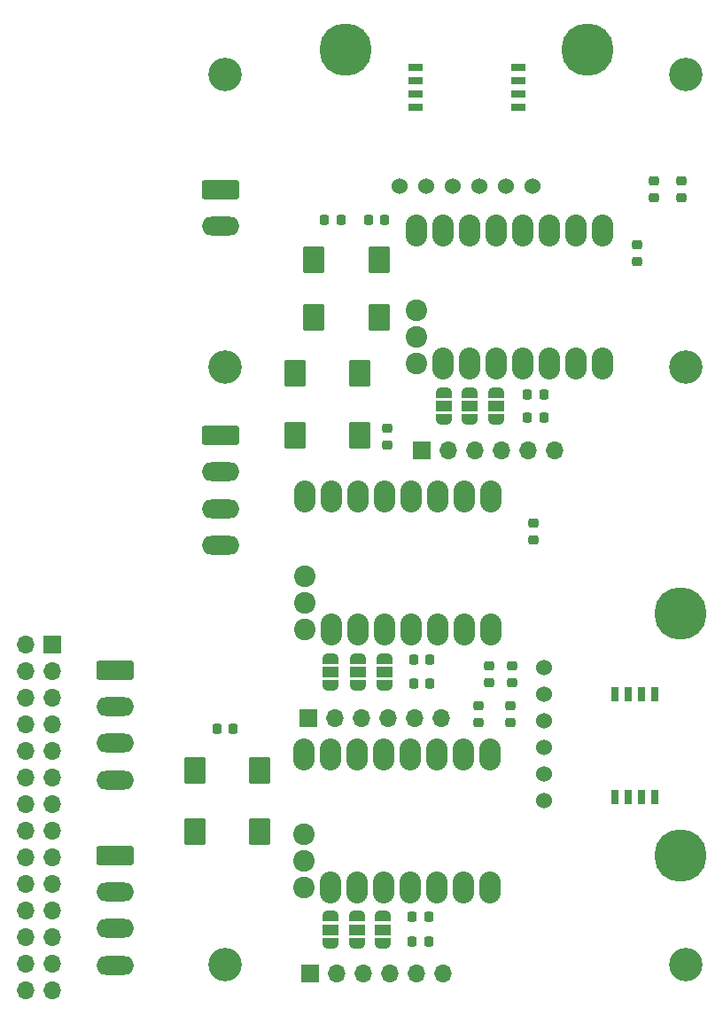
<source format=gbr>
G04 #@! TF.GenerationSoftware,KiCad,Pcbnew,5.99.0-unknown-14cba9723f~116~ubuntu18.04.1*
G04 #@! TF.CreationDate,2021-02-18T14:39:48+01:00*
G04 #@! TF.ProjectId,Uni_stick,556e695f-7374-4696-936b-2e6b69636164,rev?*
G04 #@! TF.SameCoordinates,Original*
G04 #@! TF.FileFunction,Soldermask,Top*
G04 #@! TF.FilePolarity,Negative*
%FSLAX46Y46*%
G04 Gerber Fmt 4.6, Leading zero omitted, Abs format (unit mm)*
G04 Created by KiCad (PCBNEW 5.99.0-unknown-14cba9723f~116~ubuntu18.04.1) date 2021-02-18 14:39:48*
%MOMM*%
%LPD*%
G01*
G04 APERTURE LIST*
G04 Aperture macros list*
%AMRoundRect*
0 Rectangle with rounded corners*
0 $1 Rounding radius*
0 $2 $3 $4 $5 $6 $7 $8 $9 X,Y pos of 4 corners*
0 Add a 4 corners polygon primitive as box body*
4,1,4,$2,$3,$4,$5,$6,$7,$8,$9,$2,$3,0*
0 Add four circle primitives for the rounded corners*
1,1,$1+$1,$2,$3*
1,1,$1+$1,$4,$5*
1,1,$1+$1,$6,$7*
1,1,$1+$1,$8,$9*
0 Add four rect primitives between the rounded corners*
20,1,$1+$1,$2,$3,$4,$5,0*
20,1,$1+$1,$4,$5,$6,$7,0*
20,1,$1+$1,$6,$7,$8,$9,0*
20,1,$1+$1,$8,$9,$2,$3,0*%
%AMFreePoly0*
4,1,22,0.550000,-0.750000,0.000000,-0.750000,0.000000,-0.745033,-0.079941,-0.743568,-0.215256,-0.701293,-0.333266,-0.622738,-0.424486,-0.514219,-0.481581,-0.384460,-0.499164,-0.250000,-0.500000,-0.250000,-0.500000,0.250000,-0.499164,0.250000,-0.499963,0.256109,-0.478152,0.396186,-0.417904,0.524511,-0.324060,0.630769,-0.204165,0.706417,-0.067858,0.745374,0.000000,0.744959,0.000000,0.750000,
0.550000,0.750000,0.550000,-0.750000,0.550000,-0.750000,$1*%
%AMFreePoly1*
4,1,20,0.000000,0.744959,0.073905,0.744508,0.209726,0.703889,0.328688,0.626782,0.421226,0.519385,0.479903,0.390333,0.500000,0.250000,0.500000,-0.250000,0.499851,-0.262216,0.476331,-0.402017,0.414519,-0.529596,0.319384,-0.634700,0.198574,-0.708877,0.061801,-0.746166,0.000000,-0.745033,0.000000,-0.750000,-0.550000,-0.750000,-0.550000,0.750000,0.000000,0.750000,0.000000,0.744959,
0.000000,0.744959,$1*%
G04 Aperture macros list end*
%ADD10R,1.700000X1.700000*%
%ADD11O,1.700000X1.700000*%
%ADD12C,3.200000*%
%ADD13C,5.000000*%
%ADD14C,1.524000*%
%ADD15RoundRect,0.250000X-1.550000X0.650000X-1.550000X-0.650000X1.550000X-0.650000X1.550000X0.650000X0*%
%ADD16O,3.600000X1.800000*%
%ADD17FreePoly0,270.000000*%
%ADD18R,1.500000X1.000000*%
%ADD19FreePoly1,270.000000*%
%ADD20RoundRect,0.218750X0.256250X-0.218750X0.256250X0.218750X-0.256250X0.218750X-0.256250X-0.218750X0*%
%ADD21R,0.690000X1.350000*%
%ADD22RoundRect,0.218750X0.218750X0.256250X-0.218750X0.256250X-0.218750X-0.256250X0.218750X-0.256250X0*%
%ADD23RoundRect,0.250000X0.787500X1.025000X-0.787500X1.025000X-0.787500X-1.025000X0.787500X-1.025000X0*%
%ADD24R,1.350000X0.690000*%
%ADD25O,2.032000X3.048000*%
%ADD26C,2.057400*%
%ADD27RoundRect,0.218750X-0.218750X-0.256250X0.218750X-0.256250X0.218750X0.256250X-0.218750X0.256250X0*%
G04 APERTURE END LIST*
D10*
X116800000Y-77900000D03*
D11*
X119340000Y-77900000D03*
X121880000Y-77900000D03*
X124420000Y-77900000D03*
X126960000Y-77900000D03*
X129500000Y-77900000D03*
D12*
X98000000Y-42000000D03*
X142000000Y-42000000D03*
D13*
X109495000Y-39700000D03*
X132605000Y-39700000D03*
D14*
X114700000Y-52700000D03*
X117240000Y-52700000D03*
X119780000Y-52700000D03*
X122320000Y-52700000D03*
X124860000Y-52700000D03*
X127400000Y-52700000D03*
D12*
X142000000Y-127000000D03*
X98000000Y-127000000D03*
D10*
X106100000Y-127900000D03*
D11*
X108640000Y-127900000D03*
X111180000Y-127900000D03*
X113720000Y-127900000D03*
X116260000Y-127900000D03*
X118800000Y-127900000D03*
D10*
X106000000Y-103500000D03*
D11*
X108540000Y-103500000D03*
X111080000Y-103500000D03*
X113620000Y-103500000D03*
X116160000Y-103500000D03*
X118700000Y-103500000D03*
D15*
X87500000Y-98900000D03*
D16*
X87500000Y-102400000D03*
X87500000Y-105900000D03*
X87500000Y-109400000D03*
D17*
X108100000Y-122400000D03*
D18*
X108100000Y-123700000D03*
D19*
X108100000Y-125000000D03*
D20*
X125400000Y-100087500D03*
X125400000Y-98512500D03*
D17*
X113250001Y-97800000D03*
D18*
X113250001Y-99100000D03*
D19*
X113250001Y-100400000D03*
D21*
X139105000Y-101197500D03*
X137835000Y-101197500D03*
X136565000Y-101197500D03*
X135295000Y-101197500D03*
X135295000Y-111027500D03*
X136565000Y-111027500D03*
X137835000Y-111027500D03*
X139105000Y-111027500D03*
D22*
X113287500Y-55900000D03*
X111712500Y-55900000D03*
D12*
X98000000Y-70000000D03*
D20*
X123200000Y-100087500D03*
X123200000Y-98512500D03*
D17*
X121400000Y-72400000D03*
D18*
X121400000Y-73700000D03*
D19*
X121400000Y-75000000D03*
D23*
X112712500Y-59700000D03*
X106487500Y-59700000D03*
D24*
X116197500Y-41395000D03*
X116197500Y-42665000D03*
X116197500Y-43935000D03*
X116197500Y-45205000D03*
X126027500Y-45205000D03*
X126027500Y-43935000D03*
X126027500Y-42665000D03*
X126027500Y-41395000D03*
D15*
X87500000Y-116600000D03*
D16*
X87500000Y-120100000D03*
X87500000Y-123600000D03*
X87500000Y-127100000D03*
D20*
X122200000Y-103887500D03*
X122200000Y-102312500D03*
D25*
X134090000Y-56950000D03*
X131550000Y-56950000D03*
X129010000Y-56950000D03*
X126470000Y-56950000D03*
X123930000Y-56950000D03*
X121390000Y-56950000D03*
X118850000Y-56950000D03*
X116310000Y-56950000D03*
X134090000Y-69650000D03*
X131550000Y-69650000D03*
X129010000Y-69650000D03*
X126470000Y-69650000D03*
X123930000Y-69650000D03*
X121390000Y-69650000D03*
X118850000Y-69650000D03*
D26*
X116310000Y-69650000D03*
X116310000Y-64570000D03*
X116310000Y-67110000D03*
D20*
X141600000Y-53787500D03*
X141600000Y-52212500D03*
D27*
X126912500Y-72600000D03*
X128487500Y-72600000D03*
D13*
X141500000Y-116605000D03*
X141500000Y-93495000D03*
D14*
X128500000Y-98700000D03*
X128500000Y-101240000D03*
X128500000Y-103780000D03*
X128500000Y-106320000D03*
X128500000Y-108860000D03*
X128500000Y-111400000D03*
D12*
X142000000Y-70000000D03*
D25*
X123290000Y-106950000D03*
X120750000Y-106950000D03*
X118210000Y-106950000D03*
X115670000Y-106950000D03*
X113130000Y-106950000D03*
X110590000Y-106950000D03*
X108050000Y-106950000D03*
X105510000Y-106950000D03*
X123290000Y-119650000D03*
X120750000Y-119650000D03*
X118210000Y-119650000D03*
X115670000Y-119650000D03*
X113130000Y-119650000D03*
X110590000Y-119650000D03*
X108050000Y-119650000D03*
D26*
X105510000Y-119650000D03*
X105510000Y-114570000D03*
X105510000Y-117110000D03*
D17*
X118900000Y-72400000D03*
D18*
X118900000Y-73700000D03*
D19*
X118900000Y-75000000D03*
D15*
X97600000Y-53000000D03*
D16*
X97600000Y-56500000D03*
D23*
X101312500Y-114300000D03*
X95087500Y-114300000D03*
D22*
X109087500Y-55900000D03*
X107512500Y-55900000D03*
D20*
X113500000Y-77387500D03*
X113500000Y-75812500D03*
D27*
X116012500Y-100200000D03*
X117587500Y-100200000D03*
D23*
X101312500Y-108500000D03*
X95087500Y-108500000D03*
D17*
X123900000Y-72400000D03*
D18*
X123900000Y-73700000D03*
D19*
X123900000Y-75000000D03*
D17*
X110700000Y-97800000D03*
D18*
X110700000Y-99100000D03*
D19*
X110700000Y-100400000D03*
D25*
X123390000Y-82350000D03*
X120850000Y-82350000D03*
X118310000Y-82350000D03*
X115770000Y-82350000D03*
X113230000Y-82350000D03*
X110690000Y-82350000D03*
X108150000Y-82350000D03*
X105610000Y-82350000D03*
X123390000Y-95050000D03*
X120850000Y-95050000D03*
X118310000Y-95050000D03*
X115770000Y-95050000D03*
X113230000Y-95050000D03*
X110690000Y-95050000D03*
X108150000Y-95050000D03*
D26*
X105610000Y-95050000D03*
X105610000Y-89970000D03*
X105610000Y-92510000D03*
D15*
X97600000Y-76500000D03*
D16*
X97600000Y-80000000D03*
X97600000Y-83500000D03*
X97600000Y-87000000D03*
D23*
X112712500Y-65200000D03*
X106487500Y-65200000D03*
D17*
X113100000Y-122400000D03*
D18*
X113100000Y-123700000D03*
D19*
X113100000Y-125000000D03*
D17*
X110600000Y-122400000D03*
D18*
X110600000Y-123700000D03*
D19*
X110600000Y-125000000D03*
D27*
X116012500Y-97900000D03*
X117587500Y-97900000D03*
D23*
X110912500Y-70600000D03*
X104687500Y-70600000D03*
D20*
X125300000Y-103887500D03*
X125300000Y-102312500D03*
X127500000Y-86487500D03*
X127500000Y-84912500D03*
D22*
X98787500Y-104500000D03*
X97212500Y-104500000D03*
D20*
X137400000Y-59887500D03*
X137400000Y-58312500D03*
D17*
X108100000Y-97800000D03*
D18*
X108100000Y-99100000D03*
D19*
X108100000Y-100400000D03*
D27*
X115912500Y-122500000D03*
X117487500Y-122500000D03*
D20*
X139000000Y-53787500D03*
X139000000Y-52212500D03*
D27*
X115912500Y-124800000D03*
X117487500Y-124800000D03*
D23*
X110912500Y-76500000D03*
X104687500Y-76500000D03*
D27*
X126912500Y-74800000D03*
X128487500Y-74800000D03*
D10*
X81540000Y-96510000D03*
D11*
X79000000Y-96510000D03*
X81540000Y-99050000D03*
X79000000Y-99050000D03*
X81540000Y-101590000D03*
X79000000Y-101590000D03*
X81540000Y-104130000D03*
X79000000Y-104130000D03*
X81540000Y-106670000D03*
X79000000Y-106670000D03*
X81540000Y-109210000D03*
X79000000Y-109210000D03*
X81540000Y-111750000D03*
X79000000Y-111750000D03*
X81540000Y-114290000D03*
X79000000Y-114290000D03*
X81540000Y-116830000D03*
X79000000Y-116830000D03*
X81540000Y-119370000D03*
X79000000Y-119370000D03*
X81540000Y-121910000D03*
X79000000Y-121910000D03*
X81540000Y-124450000D03*
X79000000Y-124450000D03*
X81540000Y-126990000D03*
X79000000Y-126990000D03*
X81540000Y-129530000D03*
X79000000Y-129530000D03*
M02*

</source>
